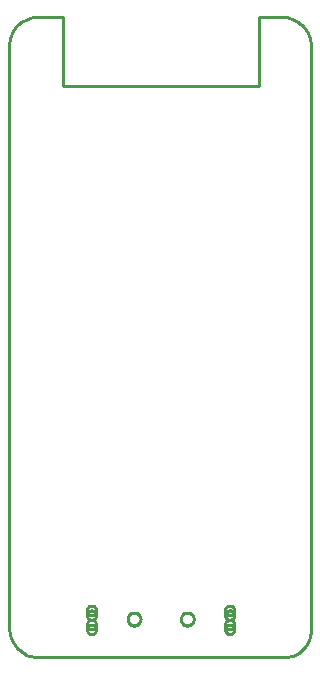
<source format=gbr>
G04 EAGLE Gerber RS-274X export*
G75*
%MOMM*%
%FSLAX34Y34*%
%LPD*%
%IN*%
%IPPOS*%
%AMOC8*
5,1,8,0,0,1.08239X$1,22.5*%
G01*
%ADD10C,0.254000*%


D10*
X0Y22860D02*
X97Y20646D01*
X386Y18449D01*
X865Y16286D01*
X1532Y14173D01*
X2380Y12126D01*
X3403Y10160D01*
X4594Y8291D01*
X5942Y6533D01*
X7440Y4900D01*
X9073Y3402D01*
X10831Y2054D01*
X12700Y863D01*
X14666Y-160D01*
X16713Y-1008D01*
X18826Y-1675D01*
X20989Y-2154D01*
X23186Y-2443D01*
X25400Y-2540D01*
X232410Y-2540D01*
X234402Y-2453D01*
X236380Y-2193D01*
X238327Y-1761D01*
X240229Y-1161D01*
X242071Y-398D01*
X243840Y523D01*
X245522Y1594D01*
X247104Y2808D01*
X248574Y4156D01*
X249922Y5626D01*
X251136Y7208D01*
X252207Y8890D01*
X253128Y10659D01*
X253891Y12501D01*
X254491Y14403D01*
X254923Y16350D01*
X255183Y18328D01*
X255270Y20320D01*
X255270Y515620D01*
X255178Y517723D01*
X254903Y519810D01*
X254448Y521865D01*
X253815Y523873D01*
X253009Y525818D01*
X252037Y527685D01*
X250906Y529460D01*
X249625Y531130D01*
X248203Y532683D01*
X246650Y534105D01*
X244980Y535386D01*
X243205Y536517D01*
X241338Y537489D01*
X239393Y538295D01*
X237385Y538928D01*
X235330Y539383D01*
X233243Y539658D01*
X231140Y539750D01*
X211709Y539750D01*
X211709Y481330D01*
X45720Y481330D01*
X45720Y539750D01*
X24130Y539750D01*
X22027Y539658D01*
X19940Y539383D01*
X17885Y538928D01*
X15877Y538295D01*
X13932Y537489D01*
X12065Y536517D01*
X10290Y535386D01*
X8620Y534105D01*
X7068Y532683D01*
X5645Y531130D01*
X4364Y529460D01*
X3233Y527685D01*
X2261Y525818D01*
X1455Y523873D01*
X822Y521865D01*
X367Y519810D01*
X92Y517723D01*
X0Y515620D01*
X0Y22860D01*
X106079Y35430D02*
X106693Y35361D01*
X107295Y35223D01*
X107878Y35019D01*
X108435Y34751D01*
X108958Y34423D01*
X109441Y34038D01*
X109878Y33601D01*
X110263Y33118D01*
X110591Y32595D01*
X110859Y32038D01*
X111063Y31455D01*
X111201Y30853D01*
X111270Y30239D01*
X111270Y29621D01*
X111201Y29007D01*
X111063Y28405D01*
X110859Y27822D01*
X110591Y27265D01*
X110263Y26742D01*
X109878Y26259D01*
X109441Y25823D01*
X108958Y25437D01*
X108435Y25109D01*
X107878Y24841D01*
X107295Y24637D01*
X106693Y24499D01*
X106079Y24430D01*
X105461Y24430D01*
X104847Y24499D01*
X104245Y24637D01*
X103662Y24841D01*
X103105Y25109D01*
X102582Y25437D01*
X102099Y25823D01*
X101663Y26259D01*
X101277Y26742D01*
X100949Y27265D01*
X100681Y27822D01*
X100477Y28405D01*
X100339Y29007D01*
X100270Y29621D01*
X100270Y30239D01*
X100339Y30853D01*
X100477Y31455D01*
X100681Y32038D01*
X100949Y32595D01*
X101277Y33118D01*
X101663Y33601D01*
X102099Y34038D01*
X102582Y34423D01*
X103105Y34751D01*
X103662Y35019D01*
X104245Y35223D01*
X104847Y35361D01*
X105461Y35430D01*
X106079Y35430D01*
X151079Y35430D02*
X151693Y35361D01*
X152295Y35223D01*
X152878Y35019D01*
X153435Y34751D01*
X153958Y34423D01*
X154441Y34038D01*
X154878Y33601D01*
X155263Y33118D01*
X155591Y32595D01*
X155859Y32038D01*
X156063Y31455D01*
X156201Y30853D01*
X156270Y30239D01*
X156270Y29621D01*
X156201Y29007D01*
X156063Y28405D01*
X155859Y27822D01*
X155591Y27265D01*
X155263Y26742D01*
X154878Y26259D01*
X154441Y25823D01*
X153958Y25437D01*
X153435Y25109D01*
X152878Y24841D01*
X152295Y24637D01*
X151693Y24499D01*
X151079Y24430D01*
X150461Y24430D01*
X149847Y24499D01*
X149245Y24637D01*
X148662Y24841D01*
X148105Y25109D01*
X147582Y25437D01*
X147099Y25823D01*
X146663Y26259D01*
X146277Y26742D01*
X145949Y27265D01*
X145681Y27822D01*
X145477Y28405D01*
X145339Y29007D01*
X145270Y29621D01*
X145270Y30239D01*
X145339Y30853D01*
X145477Y31455D01*
X145681Y32038D01*
X145949Y32595D01*
X146277Y33118D01*
X146663Y33601D01*
X147099Y34038D01*
X147582Y34423D01*
X148105Y34751D01*
X148662Y35019D01*
X149245Y35223D01*
X149847Y35361D01*
X150461Y35430D01*
X151079Y35430D01*
X187032Y37230D02*
X187552Y37162D01*
X188059Y37026D01*
X188543Y36825D01*
X188997Y36563D01*
X189413Y36244D01*
X189784Y35873D01*
X190103Y35457D01*
X190365Y35003D01*
X190566Y34519D01*
X190702Y34012D01*
X190770Y33492D01*
X190770Y32968D01*
X190702Y32448D01*
X190566Y31941D01*
X190365Y31457D01*
X190103Y31003D01*
X189784Y30587D01*
X189413Y30216D01*
X188997Y29897D01*
X188543Y29635D01*
X188059Y29434D01*
X187552Y29298D01*
X187032Y29230D01*
X186508Y29230D01*
X185988Y29298D01*
X185481Y29434D01*
X184997Y29635D01*
X184543Y29897D01*
X184127Y30216D01*
X183756Y30587D01*
X183437Y31003D01*
X183175Y31457D01*
X182974Y31941D01*
X182838Y32448D01*
X182770Y32968D01*
X182770Y33492D01*
X182838Y34012D01*
X182974Y34519D01*
X183175Y35003D01*
X183437Y35457D01*
X183756Y35873D01*
X184127Y36244D01*
X184543Y36563D01*
X184997Y36825D01*
X185481Y37026D01*
X185988Y37162D01*
X186508Y37230D01*
X187032Y37230D01*
X187032Y41230D02*
X187552Y41162D01*
X188059Y41026D01*
X188543Y40825D01*
X188997Y40563D01*
X189413Y40244D01*
X189784Y39873D01*
X190103Y39457D01*
X190365Y39003D01*
X190566Y38519D01*
X190702Y38012D01*
X190770Y37492D01*
X190770Y36968D01*
X190702Y36448D01*
X190566Y35941D01*
X190365Y35457D01*
X190103Y35003D01*
X189784Y34587D01*
X189413Y34216D01*
X188997Y33897D01*
X188543Y33635D01*
X188059Y33434D01*
X187552Y33298D01*
X187032Y33230D01*
X186508Y33230D01*
X185988Y33298D01*
X185481Y33434D01*
X184997Y33635D01*
X184543Y33897D01*
X184127Y34216D01*
X183756Y34587D01*
X183437Y35003D01*
X183175Y35457D01*
X182974Y35941D01*
X182838Y36448D01*
X182770Y36968D01*
X182770Y37492D01*
X182838Y38012D01*
X182974Y38519D01*
X183175Y39003D01*
X183437Y39457D01*
X183756Y39873D01*
X184127Y40244D01*
X184543Y40563D01*
X184997Y40825D01*
X185481Y41026D01*
X185988Y41162D01*
X186508Y41230D01*
X187032Y41230D01*
X187032Y29230D02*
X187552Y29162D01*
X188059Y29026D01*
X188543Y28825D01*
X188997Y28563D01*
X189413Y28244D01*
X189784Y27873D01*
X190103Y27457D01*
X190365Y27003D01*
X190566Y26519D01*
X190702Y26012D01*
X190770Y25492D01*
X190770Y24968D01*
X190702Y24448D01*
X190566Y23941D01*
X190365Y23457D01*
X190103Y23003D01*
X189784Y22587D01*
X189413Y22216D01*
X188997Y21897D01*
X188543Y21635D01*
X188059Y21434D01*
X187552Y21298D01*
X187032Y21230D01*
X186508Y21230D01*
X185988Y21298D01*
X185481Y21434D01*
X184997Y21635D01*
X184543Y21897D01*
X184127Y22216D01*
X183756Y22587D01*
X183437Y23003D01*
X183175Y23457D01*
X182974Y23941D01*
X182838Y24448D01*
X182770Y24968D01*
X182770Y25492D01*
X182838Y26012D01*
X182974Y26519D01*
X183175Y27003D01*
X183437Y27457D01*
X183756Y27873D01*
X184127Y28244D01*
X184543Y28563D01*
X184997Y28825D01*
X185481Y29026D01*
X185988Y29162D01*
X186508Y29230D01*
X187032Y29230D01*
X187032Y25230D02*
X187552Y25162D01*
X188059Y25026D01*
X188543Y24825D01*
X188997Y24563D01*
X189413Y24244D01*
X189784Y23873D01*
X190103Y23457D01*
X190365Y23003D01*
X190566Y22519D01*
X190702Y22012D01*
X190770Y21492D01*
X190770Y20968D01*
X190702Y20448D01*
X190566Y19941D01*
X190365Y19457D01*
X190103Y19003D01*
X189784Y18587D01*
X189413Y18216D01*
X188997Y17897D01*
X188543Y17635D01*
X188059Y17434D01*
X187552Y17298D01*
X187032Y17230D01*
X186508Y17230D01*
X185988Y17298D01*
X185481Y17434D01*
X184997Y17635D01*
X184543Y17897D01*
X184127Y18216D01*
X183756Y18587D01*
X183437Y19003D01*
X183175Y19457D01*
X182974Y19941D01*
X182838Y20448D01*
X182770Y20968D01*
X182770Y21492D01*
X182838Y22012D01*
X182974Y22519D01*
X183175Y23003D01*
X183437Y23457D01*
X183756Y23873D01*
X184127Y24244D01*
X184543Y24563D01*
X184997Y24825D01*
X185481Y25026D01*
X185988Y25162D01*
X186508Y25230D01*
X187032Y25230D01*
X70032Y37230D02*
X70552Y37162D01*
X71059Y37026D01*
X71543Y36825D01*
X71997Y36563D01*
X72413Y36244D01*
X72784Y35873D01*
X73103Y35457D01*
X73365Y35003D01*
X73566Y34519D01*
X73702Y34012D01*
X73770Y33492D01*
X73770Y32968D01*
X73702Y32448D01*
X73566Y31941D01*
X73365Y31457D01*
X73103Y31003D01*
X72784Y30587D01*
X72413Y30216D01*
X71997Y29897D01*
X71543Y29635D01*
X71059Y29434D01*
X70552Y29298D01*
X70032Y29230D01*
X69508Y29230D01*
X68988Y29298D01*
X68481Y29434D01*
X67997Y29635D01*
X67543Y29897D01*
X67127Y30216D01*
X66756Y30587D01*
X66437Y31003D01*
X66175Y31457D01*
X65974Y31941D01*
X65838Y32448D01*
X65770Y32968D01*
X65770Y33492D01*
X65838Y34012D01*
X65974Y34519D01*
X66175Y35003D01*
X66437Y35457D01*
X66756Y35873D01*
X67127Y36244D01*
X67543Y36563D01*
X67997Y36825D01*
X68481Y37026D01*
X68988Y37162D01*
X69508Y37230D01*
X70032Y37230D01*
X70032Y41230D02*
X70552Y41162D01*
X71059Y41026D01*
X71543Y40825D01*
X71997Y40563D01*
X72413Y40244D01*
X72784Y39873D01*
X73103Y39457D01*
X73365Y39003D01*
X73566Y38519D01*
X73702Y38012D01*
X73770Y37492D01*
X73770Y36968D01*
X73702Y36448D01*
X73566Y35941D01*
X73365Y35457D01*
X73103Y35003D01*
X72784Y34587D01*
X72413Y34216D01*
X71997Y33897D01*
X71543Y33635D01*
X71059Y33434D01*
X70552Y33298D01*
X70032Y33230D01*
X69508Y33230D01*
X68988Y33298D01*
X68481Y33434D01*
X67997Y33635D01*
X67543Y33897D01*
X67127Y34216D01*
X66756Y34587D01*
X66437Y35003D01*
X66175Y35457D01*
X65974Y35941D01*
X65838Y36448D01*
X65770Y36968D01*
X65770Y37492D01*
X65838Y38012D01*
X65974Y38519D01*
X66175Y39003D01*
X66437Y39457D01*
X66756Y39873D01*
X67127Y40244D01*
X67543Y40563D01*
X67997Y40825D01*
X68481Y41026D01*
X68988Y41162D01*
X69508Y41230D01*
X70032Y41230D01*
X70032Y29230D02*
X70552Y29162D01*
X71059Y29026D01*
X71543Y28825D01*
X71997Y28563D01*
X72413Y28244D01*
X72784Y27873D01*
X73103Y27457D01*
X73365Y27003D01*
X73566Y26519D01*
X73702Y26012D01*
X73770Y25492D01*
X73770Y24968D01*
X73702Y24448D01*
X73566Y23941D01*
X73365Y23457D01*
X73103Y23003D01*
X72784Y22587D01*
X72413Y22216D01*
X71997Y21897D01*
X71543Y21635D01*
X71059Y21434D01*
X70552Y21298D01*
X70032Y21230D01*
X69508Y21230D01*
X68988Y21298D01*
X68481Y21434D01*
X67997Y21635D01*
X67543Y21897D01*
X67127Y22216D01*
X66756Y22587D01*
X66437Y23003D01*
X66175Y23457D01*
X65974Y23941D01*
X65838Y24448D01*
X65770Y24968D01*
X65770Y25492D01*
X65838Y26012D01*
X65974Y26519D01*
X66175Y27003D01*
X66437Y27457D01*
X66756Y27873D01*
X67127Y28244D01*
X67543Y28563D01*
X67997Y28825D01*
X68481Y29026D01*
X68988Y29162D01*
X69508Y29230D01*
X70032Y29230D01*
X70032Y25230D02*
X70552Y25162D01*
X71059Y25026D01*
X71543Y24825D01*
X71997Y24563D01*
X72413Y24244D01*
X72784Y23873D01*
X73103Y23457D01*
X73365Y23003D01*
X73566Y22519D01*
X73702Y22012D01*
X73770Y21492D01*
X73770Y20968D01*
X73702Y20448D01*
X73566Y19941D01*
X73365Y19457D01*
X73103Y19003D01*
X72784Y18587D01*
X72413Y18216D01*
X71997Y17897D01*
X71543Y17635D01*
X71059Y17434D01*
X70552Y17298D01*
X70032Y17230D01*
X69508Y17230D01*
X68988Y17298D01*
X68481Y17434D01*
X67997Y17635D01*
X67543Y17897D01*
X67127Y18216D01*
X66756Y18587D01*
X66437Y19003D01*
X66175Y19457D01*
X65974Y19941D01*
X65838Y20448D01*
X65770Y20968D01*
X65770Y21492D01*
X65838Y22012D01*
X65974Y22519D01*
X66175Y23003D01*
X66437Y23457D01*
X66756Y23873D01*
X67127Y24244D01*
X67543Y24563D01*
X67997Y24825D01*
X68481Y25026D01*
X68988Y25162D01*
X69508Y25230D01*
X70032Y25230D01*
M02*

</source>
